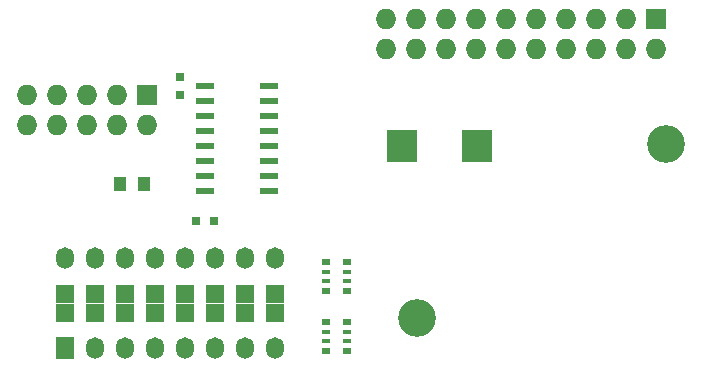
<source format=gts>
G04 #@! TF.GenerationSoftware,KiCad,Pcbnew,(5.99.0-10628-ga06f965ffa)*
G04 #@! TF.CreationDate,2021-12-09T18:38:09+01:00*
G04 #@! TF.ProjectId,MAN Adapterplatine,4d414e20-4164-4617-9074-6572706c6174,1.1*
G04 #@! TF.SameCoordinates,Original*
G04 #@! TF.FileFunction,Soldermask,Top*
G04 #@! TF.FilePolarity,Negative*
%FSLAX46Y46*%
G04 Gerber Fmt 4.6, Leading zero omitted, Abs format (unit mm)*
G04 Created by KiCad (PCBNEW (5.99.0-10628-ga06f965ffa)) date 2021-12-09 18:38:09*
%MOMM*%
%LPD*%
G01*
G04 APERTURE LIST*
%ADD10R,1.727200X1.727200*%
%ADD11O,1.727200X1.727200*%
%ADD12R,1.000000X1.250000*%
%ADD13R,2.550000X2.700000*%
%ADD14R,0.750000X0.800000*%
%ADD15R,0.800000X0.750000*%
%ADD16R,0.800000X0.500000*%
%ADD17R,0.800000X0.400000*%
%ADD18R,1.524000X1.824000*%
%ADD19R,1.500000X1.500000*%
%ADD20O,1.524000X1.824000*%
%ADD21R,1.500000X0.600000*%
%ADD22C,3.200000*%
G04 APERTURE END LIST*
D10*
X150000000Y-69100000D03*
D11*
X150000000Y-71640000D03*
X147460000Y-69100000D03*
X147460000Y-71640000D03*
X144920000Y-69100000D03*
X144920000Y-71640000D03*
X142380000Y-69100000D03*
X142380000Y-71640000D03*
X139840000Y-69100000D03*
X139840000Y-71640000D03*
X137300000Y-69100000D03*
X137300000Y-71640000D03*
X134760000Y-69100000D03*
X134760000Y-71640000D03*
X132220000Y-69100000D03*
X132220000Y-71640000D03*
X129680000Y-69100000D03*
X129680000Y-71640000D03*
X127140000Y-69100000D03*
X127140000Y-71640000D03*
D10*
X106860000Y-75500000D03*
D11*
X106860000Y-78040000D03*
X104320000Y-75500000D03*
X104320000Y-78040000D03*
X101780000Y-75500000D03*
X101780000Y-78040000D03*
X99240000Y-75500000D03*
X99240000Y-78040000D03*
X96700000Y-75500000D03*
X96700000Y-78040000D03*
D12*
X106600000Y-83100000D03*
X104600000Y-83100000D03*
D13*
X134775000Y-79900000D03*
X128425000Y-79900000D03*
D14*
X109700000Y-74000000D03*
X109700000Y-75500000D03*
D15*
X111050000Y-86200000D03*
X112550000Y-86200000D03*
D16*
X122000000Y-94800000D03*
D17*
X122000000Y-95600000D03*
X122000000Y-96400000D03*
D16*
X122000000Y-97200000D03*
X123800000Y-97200000D03*
D17*
X123800000Y-96400000D03*
X123800000Y-95600000D03*
D16*
X123800000Y-94800000D03*
X122000000Y-89700000D03*
D17*
X122000000Y-90500000D03*
X122000000Y-91300000D03*
D16*
X122000000Y-92100000D03*
X123800000Y-92100000D03*
D17*
X123800000Y-91300000D03*
X123800000Y-90500000D03*
D16*
X123800000Y-89700000D03*
D18*
X99900000Y-97000000D03*
D19*
X99900000Y-94002800D03*
D20*
X102440000Y-97000000D03*
D19*
X102440000Y-94002800D03*
X104980000Y-94002800D03*
D20*
X104980000Y-97000000D03*
X107520000Y-97000000D03*
D19*
X107520000Y-94002800D03*
X110060000Y-94002800D03*
D20*
X110060000Y-97000000D03*
X112600000Y-97000000D03*
D19*
X112600000Y-94002800D03*
D20*
X115140000Y-97000000D03*
D19*
X115140000Y-94002800D03*
X117680000Y-94002800D03*
D20*
X117680000Y-97000000D03*
D19*
X117680000Y-92376800D03*
D20*
X117680000Y-89380000D03*
D19*
X115140000Y-92376800D03*
D20*
X115140000Y-89380000D03*
X112600000Y-89380000D03*
D19*
X112600000Y-92376800D03*
D20*
X110060000Y-89380000D03*
D19*
X110060000Y-92376800D03*
X107520000Y-92376800D03*
D20*
X107520000Y-89380000D03*
X104980000Y-89380000D03*
D19*
X104980000Y-92376800D03*
X102440000Y-92376800D03*
D20*
X102440000Y-89380000D03*
X99900000Y-89380000D03*
D19*
X99900000Y-92376800D03*
D21*
X117200000Y-83645000D03*
X117200000Y-82375000D03*
X117200000Y-81105000D03*
X117200000Y-79835000D03*
X117200000Y-78565000D03*
X117200000Y-77295000D03*
X117200000Y-76025000D03*
X117200000Y-74755000D03*
X111800000Y-74755000D03*
X111800000Y-76025000D03*
X111800000Y-77295000D03*
X111800000Y-78565000D03*
X111800000Y-79835000D03*
X111800000Y-81105000D03*
X111800000Y-82375000D03*
X111800000Y-83645000D03*
D22*
X150800000Y-79700000D03*
X129700000Y-94400000D03*
M02*

</source>
